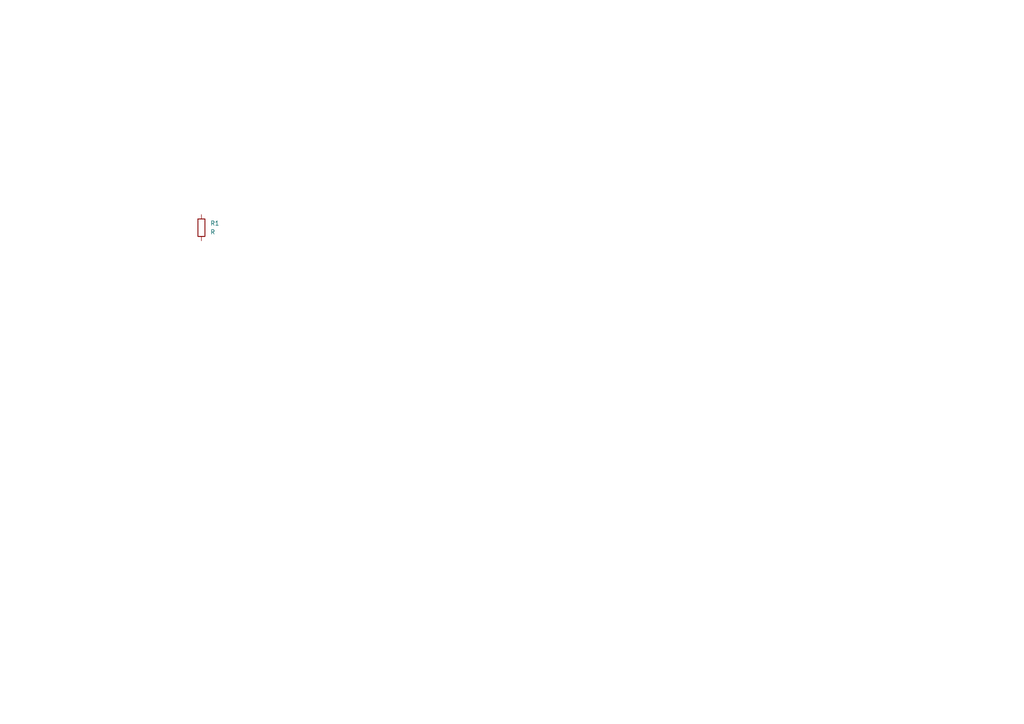
<source format=kicad_sch>
(kicad_sch (version 20250114) (generator "eeschema") (generator_version "9.0")
  (paper "A4")
  (lib_symbols
    (symbol "Device:R" (pin_numbers (hide yes)) (pin_names (offset 0))
      (property "Reference" "R" (at 2.032 0 90))
      (property "Value" "R" (at 0 0 90))
      (symbol "R_0_1"
        (rectangle (start -1.016 -2.54) (end 1.016 2.54) (stroke (width 0.254)))
      )
      (symbol "R_1_1"
        (pin passive line (at 0 3.81 270) (length 1.27) (name "~") (number "1"))
        (pin passive line (at 0 -3.81 90) (length 1.27) (name "~") (number "2"))
      )
    )
  )
  (symbol (lib_id "Device:R") (at 58.42 66.04 0) (unit 1)
    (property "Reference" "R1" (at 60.96 64.7699 0) (effects (justify left)))
    (property "Value" "R" (at 60.96 67.3099 0) (effects (justify left)))
    (property "Description" "Resistor" (effects (hide yes)))
  )
)
</source>
